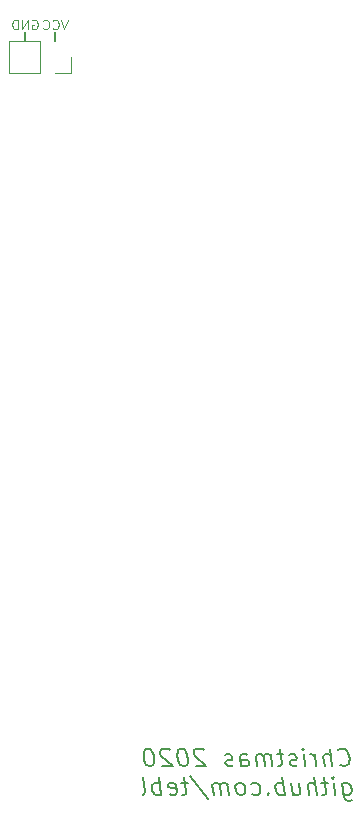
<source format=gbo>
G04 #@! TF.GenerationSoftware,KiCad,Pcbnew,(5.1.5)-3*
G04 #@! TF.CreationDate,2020-11-14T22:32:06+01:00*
G04 #@! TF.ProjectId,Christmas C2,43687269-7374-46d6-9173-2043322e6b69,rev?*
G04 #@! TF.SameCoordinates,Original*
G04 #@! TF.FileFunction,Legend,Bot*
G04 #@! TF.FilePolarity,Positive*
%FSLAX46Y46*%
G04 Gerber Fmt 4.6, Leading zero omitted, Abs format (unit mm)*
G04 Created by KiCad (PCBNEW (5.1.5)-3) date 2020-11-14 22:32:06*
%MOMM*%
%LPD*%
G04 APERTURE LIST*
%ADD10C,0.200000*%
%ADD11C,0.150000*%
%ADD12C,0.100000*%
%ADD13C,0.120000*%
G04 APERTURE END LIST*
D10*
X86106000Y-114427000D02*
X86106000Y-115189000D01*
X88646000Y-115189000D02*
X88646000Y-114427000D01*
D11*
X112737541Y-176488014D02*
X112817898Y-176559442D01*
X113041112Y-176630871D01*
X113183969Y-176630871D01*
X113389326Y-176559442D01*
X113514326Y-176416585D01*
X113567898Y-176273728D01*
X113603612Y-175988014D01*
X113576826Y-175773728D01*
X113469683Y-175488014D01*
X113380398Y-175345157D01*
X113219683Y-175202300D01*
X112996469Y-175130871D01*
X112853612Y-175130871D01*
X112648255Y-175202300D01*
X112585755Y-175273728D01*
X112112541Y-176630871D02*
X111925041Y-175130871D01*
X111469683Y-176630871D02*
X111371469Y-175845157D01*
X111425041Y-175702300D01*
X111558969Y-175630871D01*
X111773255Y-175630871D01*
X111925041Y-175702300D01*
X112005398Y-175773728D01*
X110755398Y-176630871D02*
X110630398Y-175630871D01*
X110666112Y-175916585D02*
X110576826Y-175773728D01*
X110496469Y-175702300D01*
X110344683Y-175630871D01*
X110201826Y-175630871D01*
X109826826Y-176630871D02*
X109701826Y-175630871D01*
X109639326Y-175130871D02*
X109719683Y-175202300D01*
X109657183Y-175273728D01*
X109576826Y-175202300D01*
X109639326Y-175130871D01*
X109657183Y-175273728D01*
X109175041Y-176559442D02*
X109041112Y-176630871D01*
X108755398Y-176630871D01*
X108603612Y-176559442D01*
X108514326Y-176416585D01*
X108505398Y-176345157D01*
X108558969Y-176202300D01*
X108692898Y-176130871D01*
X108907183Y-176130871D01*
X109041112Y-176059442D01*
X109094683Y-175916585D01*
X109085755Y-175845157D01*
X108996469Y-175702300D01*
X108844683Y-175630871D01*
X108630398Y-175630871D01*
X108496469Y-175702300D01*
X107987541Y-175630871D02*
X107416112Y-175630871D01*
X107710755Y-175130871D02*
X107871469Y-176416585D01*
X107817898Y-176559442D01*
X107683969Y-176630871D01*
X107541112Y-176630871D01*
X107041112Y-176630871D02*
X106916112Y-175630871D01*
X106933969Y-175773728D02*
X106853612Y-175702300D01*
X106701826Y-175630871D01*
X106487541Y-175630871D01*
X106353612Y-175702300D01*
X106300041Y-175845157D01*
X106398255Y-176630871D01*
X106300041Y-175845157D02*
X106210755Y-175702300D01*
X106058969Y-175630871D01*
X105844683Y-175630871D01*
X105710755Y-175702300D01*
X105657183Y-175845157D01*
X105755398Y-176630871D01*
X104398255Y-176630871D02*
X104300041Y-175845157D01*
X104353612Y-175702300D01*
X104487541Y-175630871D01*
X104773255Y-175630871D01*
X104925041Y-175702300D01*
X104389326Y-176559442D02*
X104541112Y-176630871D01*
X104898255Y-176630871D01*
X105032183Y-176559442D01*
X105085755Y-176416585D01*
X105067898Y-176273728D01*
X104978612Y-176130871D01*
X104826826Y-176059442D01*
X104469683Y-176059442D01*
X104317898Y-175988014D01*
X103746469Y-176559442D02*
X103612541Y-176630871D01*
X103326826Y-176630871D01*
X103175041Y-176559442D01*
X103085755Y-176416585D01*
X103076826Y-176345157D01*
X103130398Y-176202300D01*
X103264326Y-176130871D01*
X103478612Y-176130871D01*
X103612541Y-176059442D01*
X103666112Y-175916585D01*
X103657183Y-175845157D01*
X103567898Y-175702300D01*
X103416112Y-175630871D01*
X103201826Y-175630871D01*
X103067898Y-175702300D01*
X101228612Y-175273728D02*
X101148255Y-175202300D01*
X100996469Y-175130871D01*
X100639326Y-175130871D01*
X100505398Y-175202300D01*
X100442898Y-175273728D01*
X100389326Y-175416585D01*
X100407183Y-175559442D01*
X100505398Y-175773728D01*
X101469683Y-176630871D01*
X100541112Y-176630871D01*
X99425041Y-175130871D02*
X99282183Y-175130871D01*
X99148255Y-175202300D01*
X99085755Y-175273728D01*
X99032183Y-175416585D01*
X98996469Y-175702300D01*
X99041112Y-176059442D01*
X99148255Y-176345157D01*
X99237541Y-176488014D01*
X99317898Y-176559442D01*
X99469683Y-176630871D01*
X99612541Y-176630871D01*
X99746469Y-176559442D01*
X99808969Y-176488014D01*
X99862541Y-176345157D01*
X99898255Y-176059442D01*
X99853612Y-175702300D01*
X99746469Y-175416585D01*
X99657183Y-175273728D01*
X99576826Y-175202300D01*
X99425041Y-175130871D01*
X98371469Y-175273728D02*
X98291112Y-175202300D01*
X98139326Y-175130871D01*
X97782183Y-175130871D01*
X97648255Y-175202300D01*
X97585755Y-175273728D01*
X97532183Y-175416585D01*
X97550041Y-175559442D01*
X97648255Y-175773728D01*
X98612541Y-176630871D01*
X97683969Y-176630871D01*
X96567898Y-175130871D02*
X96425041Y-175130871D01*
X96291112Y-175202300D01*
X96228612Y-175273728D01*
X96175041Y-175416585D01*
X96139326Y-175702300D01*
X96183969Y-176059442D01*
X96291112Y-176345157D01*
X96380398Y-176488014D01*
X96460755Y-176559442D01*
X96612541Y-176630871D01*
X96755398Y-176630871D01*
X96889326Y-176559442D01*
X96951826Y-176488014D01*
X97005398Y-176345157D01*
X97041112Y-176059442D01*
X96996469Y-175702300D01*
X96889326Y-175416585D01*
X96800041Y-175273728D01*
X96719683Y-175202300D01*
X96567898Y-175130871D01*
X112951826Y-178030871D02*
X113103612Y-179245157D01*
X113192898Y-179388014D01*
X113273255Y-179459442D01*
X113425041Y-179530871D01*
X113639326Y-179530871D01*
X113773255Y-179459442D01*
X113067898Y-178959442D02*
X113219683Y-179030871D01*
X113505398Y-179030871D01*
X113639326Y-178959442D01*
X113701826Y-178888014D01*
X113755398Y-178745157D01*
X113701826Y-178316585D01*
X113612541Y-178173728D01*
X113532183Y-178102300D01*
X113380398Y-178030871D01*
X113094683Y-178030871D01*
X112960755Y-178102300D01*
X112362541Y-179030871D02*
X112237541Y-178030871D01*
X112175041Y-177530871D02*
X112255398Y-177602300D01*
X112192898Y-177673728D01*
X112112541Y-177602300D01*
X112175041Y-177530871D01*
X112192898Y-177673728D01*
X111737541Y-178030871D02*
X111166112Y-178030871D01*
X111460755Y-177530871D02*
X111621469Y-178816585D01*
X111567898Y-178959442D01*
X111433969Y-179030871D01*
X111291112Y-179030871D01*
X110791112Y-179030871D02*
X110603612Y-177530871D01*
X110148255Y-179030871D02*
X110050041Y-178245157D01*
X110103612Y-178102300D01*
X110237541Y-178030871D01*
X110451826Y-178030871D01*
X110603612Y-178102300D01*
X110683969Y-178173728D01*
X108666112Y-178030871D02*
X108791112Y-179030871D01*
X109308969Y-178030871D02*
X109407183Y-178816585D01*
X109353612Y-178959442D01*
X109219683Y-179030871D01*
X109005398Y-179030871D01*
X108853612Y-178959442D01*
X108773255Y-178888014D01*
X108076826Y-179030871D02*
X107889326Y-177530871D01*
X107960755Y-178102300D02*
X107808969Y-178030871D01*
X107523255Y-178030871D01*
X107389326Y-178102300D01*
X107326826Y-178173728D01*
X107273255Y-178316585D01*
X107326826Y-178745157D01*
X107416112Y-178888014D01*
X107496469Y-178959442D01*
X107648255Y-179030871D01*
X107933969Y-179030871D01*
X108067898Y-178959442D01*
X106701826Y-178888014D02*
X106639326Y-178959442D01*
X106719683Y-179030871D01*
X106782183Y-178959442D01*
X106701826Y-178888014D01*
X106719683Y-179030871D01*
X105353612Y-178959442D02*
X105505398Y-179030871D01*
X105791112Y-179030871D01*
X105925041Y-178959442D01*
X105987541Y-178888014D01*
X106041112Y-178745157D01*
X105987541Y-178316585D01*
X105898255Y-178173728D01*
X105817898Y-178102300D01*
X105666112Y-178030871D01*
X105380398Y-178030871D01*
X105246469Y-178102300D01*
X104505398Y-179030871D02*
X104639326Y-178959442D01*
X104701826Y-178888014D01*
X104755398Y-178745157D01*
X104701826Y-178316585D01*
X104612541Y-178173728D01*
X104532183Y-178102300D01*
X104380398Y-178030871D01*
X104166112Y-178030871D01*
X104032183Y-178102300D01*
X103969683Y-178173728D01*
X103916112Y-178316585D01*
X103969683Y-178745157D01*
X104058969Y-178888014D01*
X104139326Y-178959442D01*
X104291112Y-179030871D01*
X104505398Y-179030871D01*
X103362541Y-179030871D02*
X103237541Y-178030871D01*
X103255398Y-178173728D02*
X103175041Y-178102300D01*
X103023255Y-178030871D01*
X102808969Y-178030871D01*
X102675041Y-178102300D01*
X102621469Y-178245157D01*
X102719683Y-179030871D01*
X102621469Y-178245157D02*
X102532183Y-178102300D01*
X102380398Y-178030871D01*
X102166112Y-178030871D01*
X102032183Y-178102300D01*
X101978612Y-178245157D01*
X102076826Y-179030871D01*
X100094683Y-177459442D02*
X101621469Y-179388014D01*
X99880398Y-178030871D02*
X99308969Y-178030871D01*
X99603612Y-177530871D02*
X99764326Y-178816585D01*
X99710755Y-178959442D01*
X99576826Y-179030871D01*
X99433969Y-179030871D01*
X98353612Y-178959442D02*
X98505398Y-179030871D01*
X98791112Y-179030871D01*
X98925041Y-178959442D01*
X98978612Y-178816585D01*
X98907183Y-178245157D01*
X98817898Y-178102300D01*
X98666112Y-178030871D01*
X98380398Y-178030871D01*
X98246469Y-178102300D01*
X98192898Y-178245157D01*
X98210755Y-178388014D01*
X98942898Y-178530871D01*
X97648255Y-179030871D02*
X97460755Y-177530871D01*
X97532183Y-178102300D02*
X97380398Y-178030871D01*
X97094683Y-178030871D01*
X96960755Y-178102300D01*
X96898255Y-178173728D01*
X96844683Y-178316585D01*
X96898255Y-178745157D01*
X96987541Y-178888014D01*
X97067898Y-178959442D01*
X97219683Y-179030871D01*
X97505398Y-179030871D01*
X97639326Y-178959442D01*
X96076826Y-179030871D02*
X96210755Y-178959442D01*
X96264326Y-178816585D01*
X96103612Y-177530871D01*
D12*
X86715523Y-113455500D02*
X86791714Y-113417404D01*
X86906000Y-113417404D01*
X87020285Y-113455500D01*
X87096476Y-113531690D01*
X87134571Y-113607880D01*
X87172666Y-113760261D01*
X87172666Y-113874547D01*
X87134571Y-114026928D01*
X87096476Y-114103119D01*
X87020285Y-114179309D01*
X86906000Y-114217404D01*
X86829809Y-114217404D01*
X86715523Y-114179309D01*
X86677428Y-114141214D01*
X86677428Y-113874547D01*
X86829809Y-113874547D01*
X86334571Y-114217404D02*
X86334571Y-113417404D01*
X85877428Y-114217404D01*
X85877428Y-113417404D01*
X85496476Y-114217404D02*
X85496476Y-113417404D01*
X85306000Y-113417404D01*
X85191714Y-113455500D01*
X85115523Y-113531690D01*
X85077428Y-113607880D01*
X85039333Y-113760261D01*
X85039333Y-113874547D01*
X85077428Y-114026928D01*
X85115523Y-114103119D01*
X85191714Y-114179309D01*
X85306000Y-114217404D01*
X85496476Y-114217404D01*
X89712666Y-113417404D02*
X89446000Y-114217404D01*
X89179333Y-113417404D01*
X88455523Y-114141214D02*
X88493619Y-114179309D01*
X88607904Y-114217404D01*
X88684095Y-114217404D01*
X88798380Y-114179309D01*
X88874571Y-114103119D01*
X88912666Y-114026928D01*
X88950761Y-113874547D01*
X88950761Y-113760261D01*
X88912666Y-113607880D01*
X88874571Y-113531690D01*
X88798380Y-113455500D01*
X88684095Y-113417404D01*
X88607904Y-113417404D01*
X88493619Y-113455500D01*
X88455523Y-113493595D01*
X87655523Y-114141214D02*
X87693619Y-114179309D01*
X87807904Y-114217404D01*
X87884095Y-114217404D01*
X87998380Y-114179309D01*
X88074571Y-114103119D01*
X88112666Y-114026928D01*
X88150761Y-113874547D01*
X88150761Y-113760261D01*
X88112666Y-113607880D01*
X88074571Y-113531690D01*
X87998380Y-113455500D01*
X87884095Y-113417404D01*
X87807904Y-113417404D01*
X87693619Y-113455500D01*
X87655523Y-113493595D01*
D13*
X89976000Y-117916000D02*
X89976000Y-116586000D01*
X88646000Y-117916000D02*
X89976000Y-117916000D01*
X87376000Y-117916000D02*
X87376000Y-115256000D01*
X87376000Y-115256000D02*
X84776000Y-115256000D01*
X87376000Y-117916000D02*
X84776000Y-117916000D01*
X84776000Y-117916000D02*
X84776000Y-115256000D01*
M02*

</source>
